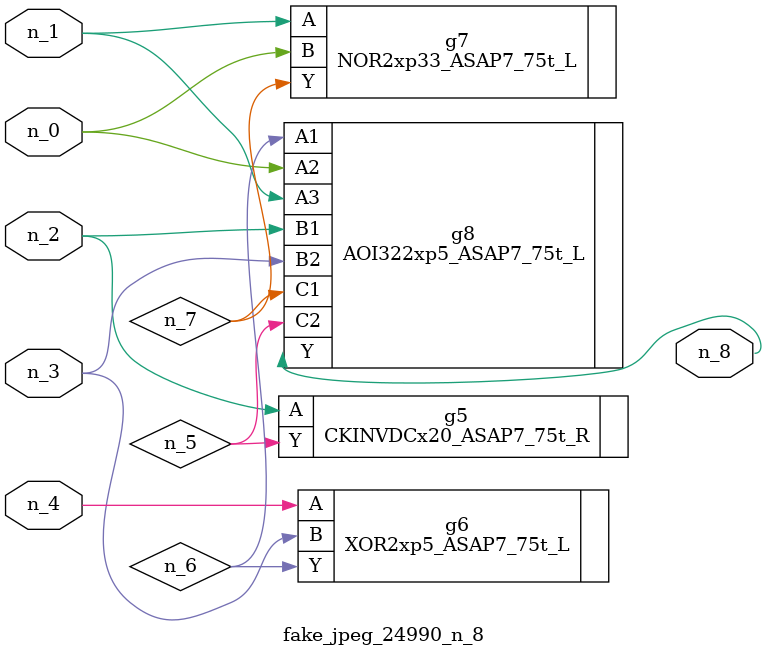
<source format=v>
module fake_jpeg_24990_n_8 (n_3, n_2, n_1, n_0, n_4, n_8);

input n_3;
input n_2;
input n_1;
input n_0;
input n_4;

output n_8;

wire n_6;
wire n_5;
wire n_7;

CKINVDCx20_ASAP7_75t_R g5 ( 
.A(n_2),
.Y(n_5)
);

XOR2xp5_ASAP7_75t_L g6 ( 
.A(n_4),
.B(n_3),
.Y(n_6)
);

NOR2xp33_ASAP7_75t_L g7 ( 
.A(n_1),
.B(n_0),
.Y(n_7)
);

AOI322xp5_ASAP7_75t_L g8 ( 
.A1(n_6),
.A2(n_0),
.A3(n_1),
.B1(n_2),
.B2(n_3),
.C1(n_7),
.C2(n_5),
.Y(n_8)
);


endmodule
</source>
